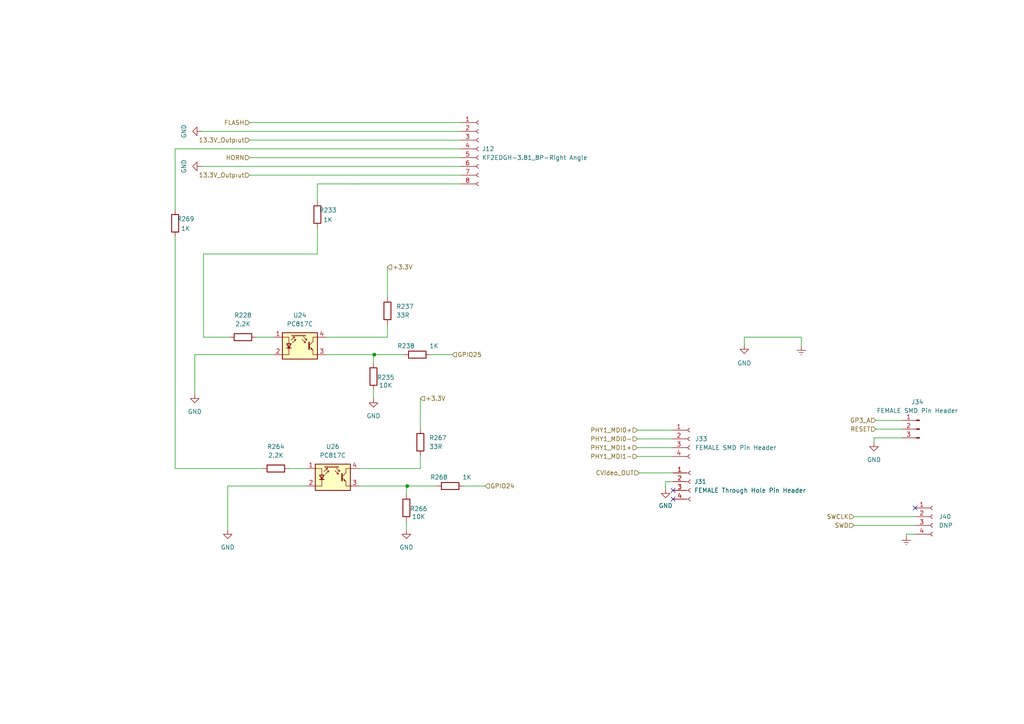
<source format=kicad_sch>
(kicad_sch (version 20231120) (generator "eeschema") (generator_version "8.0")
  (paper "A4")
  (lib_symbols
    (symbol "Connector:Conn_01x03_Pin" (pin_names (offset 1.016) hide)
      (property "Reference" "J" (at 0 5.08 0))
      (property "Value" "Conn_01x03_Pin" (at 0 -5.08 0))
      (symbol "Conn_01x03_Pin_1_1"
        (polyline (pts (xy 1.27 -2.54) (xy 0.8636 -2.54)) (stroke (width 0.1524)))
        (polyline (pts (xy 1.27 0) (xy 0.8636 0)) (stroke (width 0.1524)))
        (polyline (pts (xy 1.27 2.54) (xy 0.8636 2.54)) (stroke (width 0.1524)))
        (rectangle (start 0.8636 -2.413) (end 0 -2.667) (stroke (width 0.1524)) (fill (type outline)))
        (rectangle (start 0.8636 0.127) (end 0 -0.127) (stroke (width 0.1524)) (fill (type outline)))
        (rectangle (start 0.8636 2.667) (end 0 2.413) (stroke (width 0.1524)) (fill (type outline)))
        (pin passive line (at 5.08 2.54 180) (length 3.81) (name "Pin_1") (number "1"))
        (pin passive line (at 5.08 0 180) (length 3.81) (name "Pin_2") (number "2"))
        (pin passive line (at 5.08 -2.54 180) (length 3.81) (name "Pin_3") (number "3"))
      )
    )
    (symbol "Connector:Conn_01x04_Socket" (pin_names (offset 1.016) hide)
      (property "Reference" "J" (at 0 5.08 0))
      (property "Value" "Conn_01x04_Socket" (at 0 -7.62 0))
      (symbol "Conn_01x04_Socket_1_1"
        (arc (start 0 -4.572) (mid -0.5058 -5.08) (end 0 -5.588) (stroke (width 0.1524)))
        (arc (start 0 -2.032) (mid -0.5058 -2.54) (end 0 -3.048) (stroke (width 0.1524)))
        (polyline (pts (xy -1.27 -5.08) (xy -0.508 -5.08)) (stroke (width 0.1524)))
        (polyline (pts (xy -1.27 -2.54) (xy -0.508 -2.54)) (stroke (width 0.1524)))
        (polyline (pts (xy -1.27 0) (xy -0.508 0)) (stroke (width 0.1524)))
        (polyline (pts (xy -1.27 2.54) (xy -0.508 2.54)) (stroke (width 0.1524)))
        (arc (start 0 0.508) (mid -0.5058 0) (end 0 -0.508) (stroke (width 0.1524)))
        (arc (start 0 3.048) (mid -0.5058 2.54) (end 0 2.032) (stroke (width 0.1524)))
        (pin passive line (at -5.08 2.54 0) (length 3.81) (name "Pin_1") (number "1"))
        (pin passive line (at -5.08 0 0) (length 3.81) (name "Pin_2") (number "2"))
        (pin passive line (at -5.08 -2.54 0) (length 3.81) (name "Pin_3") (number "3"))
        (pin passive line (at -5.08 -5.08 0) (length 3.81) (name "Pin_4") (number "4"))
      )
    )
    (symbol "Connector:Conn_01x08_Socket" (pin_names (offset 1.016) hide)
      (property "Reference" "J" (at 0 10.16 0))
      (property "Value" "Conn_01x08_Socket" (at 0 -12.7 0))
      (symbol "Conn_01x08_Socket_1_1"
        (arc (start 0 -9.652) (mid -0.5058 -10.16) (end 0 -10.668) (stroke (width 0.1524)))
        (arc (start 0 -7.112) (mid -0.5058 -7.62) (end 0 -8.128) (stroke (width 0.1524)))
        (arc (start 0 -4.572) (mid -0.5058 -5.08) (end 0 -5.588) (stroke (width 0.1524)))
        (arc (start 0 -2.032) (mid -0.5058 -2.54) (end 0 -3.048) (stroke (width 0.1524)))
        (polyline (pts (xy -1.27 -10.16) (xy -0.508 -10.16)) (stroke (width 0.1524)))
        (polyline (pts (xy -1.27 -7.62) (xy -0.508 -7.62)) (stroke (width 0.1524)))
        (polyline (pts (xy -1.27 -5.08) (xy -0.508 -5.08)) (stroke (width 0.1524)))
        (polyline (pts (xy -1.27 -2.54) (xy -0.508 -2.54)) (stroke (width 0.1524)))
        (polyline (pts (xy -1.27 0) (xy -0.508 0)) (stroke (width 0.1524)))
        (polyline (pts (xy -1.27 2.54) (xy -0.508 2.54)) (stroke (width 0.1524)))
        (polyline (pts (xy -1.27 5.08) (xy -0.508 5.08)) (stroke (width 0.1524)))
        (polyline (pts (xy -1.27 7.62) (xy -0.508 7.62)) (stroke (width 0.1524)))
        (arc (start 0 0.508) (mid -0.5058 0) (end 0 -0.508) (stroke (width 0.1524)))
        (arc (start 0 3.048) (mid -0.5058 2.54) (end 0 2.032) (stroke (width 0.1524)))
        (arc (start 0 5.588) (mid -0.5058 5.08) (end 0 4.572) (stroke (width 0.1524)))
        (arc (start 0 8.128) (mid -0.5058 7.62) (end 0 7.112) (stroke (width 0.1524)))
        (pin passive line (at -5.08 7.62 0) (length 3.81) (name "Pin_1") (number "1"))
        (pin passive line (at -5.08 5.08 0) (length 3.81) (name "Pin_2") (number "2"))
        (pin passive line (at -5.08 2.54 0) (length 3.81) (name "Pin_3") (number "3"))
        (pin passive line (at -5.08 0 0) (length 3.81) (name "Pin_4") (number "4"))
        (pin passive line (at -5.08 -2.54 0) (length 3.81) (name "Pin_5") (number "5"))
        (pin passive line (at -5.08 -5.08 0) (length 3.81) (name "Pin_6") (number "6"))
        (pin passive line (at -5.08 -7.62 0) (length 3.81) (name "Pin_7") (number "7"))
        (pin passive line (at -5.08 -10.16 0) (length 3.81) (name "Pin_8") (number "8"))
      )
    )
    (symbol "Device:R" (pin_numbers hide) (pin_names (offset 0))
      (property "Reference" "R" (at 2.032 0 90))
      (property "Value" "R" (at 0 0 90))
      (symbol "R_0_1"
        (rectangle (start -1.016 -2.54) (end 1.016 2.54) (stroke (width 0.254)))
      )
      (symbol "R_1_1"
        (pin passive line (at 0 3.81 270) (length 1.27) (name "~") (number "1"))
        (pin passive line (at 0 -3.81 90) (length 1.27) (name "~") (number "2"))
      )
    )
    (symbol "Sensor_Proximity:SFH9201" (pin_names (offset 0.0254) hide)
      (property "Reference" "U?" (at 0 8.89 0))
      (property "Value" "SFH9201" (at 0 6.35 0))
      (symbol "SFH9201_0_1"
        (polyline (pts (xy -3.81 -0.635) (xy -2.54 -0.635)) (stroke (width 0.254)))
        (polyline (pts (xy -2.286 2.921) (xy -2.032 3.175)))
        (polyline (pts (xy -1.778 2.921) (xy -1.524 3.175)))
        (polyline (pts (xy -1.524 2.667) (xy -1.651 2.159)))
        (polyline (pts (xy -1.27 2.921) (xy -1.016 3.175)))
        (polyline (pts (xy -1.143 1.905) (xy -1.27 1.397)))
        (polyline (pts (xy -0.762 2.921) (xy -0.508 3.175)))
        (polyline (pts (xy -0.254 2.921) (xy 0 3.175)))
        (polyline (pts (xy 0.254 2.921) (xy 0.508 3.175)))
        (polyline (pts (xy 0.762 2.921) (xy 1.016 3.175)))
        (polyline (pts (xy 1.27 2.921) (xy 1.524 3.175)))
        (polyline (pts (xy 1.651 0.889) (xy 1.143 1.016)))
        (polyline (pts (xy 1.778 2.921) (xy -2.413 2.921)))
        (polyline (pts (xy 2.032 1.651) (xy 1.524 1.778)))
        (polyline (pts (xy 2.667 -0.127) (xy 3.81 -1.27)))
        (polyline (pts (xy 2.667 0.127) (xy 3.81 1.27)))
        (polyline (pts (xy -2.54 1.651) (xy -1.524 2.667) (xy -2.032 2.54)))
        (polyline (pts (xy -2.159 0.889) (xy -1.143 1.905) (xy -1.651 1.778)))
        (polyline (pts (xy 0.635 1.905) (xy 1.651 0.889) (xy 1.524 1.397)))
        (polyline (pts (xy 1.016 2.667) (xy 2.032 1.651) (xy 1.905 2.159)))
        (polyline (pts (xy 2.667 1.016) (xy 2.667 -1.016) (xy 2.667 -1.016)) (stroke (width 0.3556)))
        (polyline (pts (xy 3.81 -1.27) (xy 3.81 -2.54) (xy 5.08 -2.54)))
        (polyline (pts (xy 3.81 1.27) (xy 3.81 2.54) (xy 5.08 2.54)))
        (polyline (pts (xy -5.08 -2.54) (xy -3.175 -2.54) (xy -3.175 2.54) (xy -5.08 2.54)))
        (polyline (pts (xy -3.175 -0.635) (xy -3.81 0.635) (xy -2.54 0.635) (xy -3.175 -0.635)) (stroke (width 0.254)))
        (polyline (pts (xy 3.683 -1.143) (xy 3.429 -0.635) (xy 3.175 -0.889) (xy 3.683 -1.143)))
        (polyline (pts (xy -5.08 -3.81) (xy 5.08 -3.81) (xy 5.08 3.81) (xy -5.08 3.81) (xy -5.08 -3.81)) (stroke (width 0.254)) (fill (type background)))
      )
      (symbol "SFH9201_1_1"
        (pin passive line (at -7.62 2.54 0) (length 2.54) (name "A") (number "1"))
        (pin passive line (at -7.62 -2.54 0) (length 2.54) (name "K") (number "2"))
        (pin open_emitter line (at 7.62 -2.54 180) (length 2.54) (name "E") (number "3"))
        (pin open_collector line (at 7.62 2.54 180) (length 2.54) (name "C") (number "4"))
      )
    )
    (symbol "power:Earth" (power) (pin_names (offset 0))
      (symbol "Earth_0_1"
        (polyline (pts (xy -0.635 -1.905) (xy 0.635 -1.905)))
        (polyline (pts (xy -0.127 -2.54) (xy 0.127 -2.54)))
        (polyline (pts (xy 0 -1.27) (xy 0 0)))
        (polyline (pts (xy 1.27 -1.27) (xy -1.27 -1.27)))
      )
      (symbol "Earth_1_1"
        (pin power_in line (at 0 0 270) (length 0) hide (name "Earth") (number "1"))
      )
    )
    (symbol "power:GND" (power) (pin_names (offset 0))
      (property "Value" "GND" (at 0 -3.81 0))
      (symbol "GND_0_1"
        (polyline (pts (xy 0 0) (xy 0 -1.27) (xy 1.27 -1.27) (xy 0 -2.54) (xy -1.27 -1.27) (xy 0 -1.27)))
      )
      (symbol "GND_1_1"
        (pin power_in line (at 0 0 270) (length 0) hide (name "GND") (number "1"))
      )
    )
  )
  (junction (at 118.11 140.971))
  (junction (at 108.5627 102.87))
  (no_connect (at 265.43 147.32))
  (no_connect (at 195.2178 144.78))
  (no_connect (at 195.2178 142.24))
  (wire (pts (xy 74.2727 97.789) (xy 79.3527 97.789)))
  (wire (pts (xy 108.3183 102.87) (xy 108.5627 102.87)))
  (wire (pts (xy 72.39 40.64) (xy 133.7183 40.64)))
  (wire (pts (xy 83.82 135.89) (xy 88.9 135.89)))
  (wire (pts (xy 118.11 140.971) (xy 126.7556 140.971)))
  (wire (pts (xy 56.4927 102.869) (xy 79.3527 102.869)))
  (wire (pts (xy 193.04 139.7) (xy 193.04 141.2722)))
  (wire (pts (xy 66.04 140.97) (xy 88.9 140.97)))
  (wire (pts (xy 102.2127 53.339) (xy 102.2127 53.34)))
  (wire (pts (xy 184.8359 129.8422) (xy 194.9959 129.8422)))
  (wire (pts (xy 58.42 38.1) (xy 133.7183 38.1)))
  (wire (pts (xy 193.04 141.2722) (xy 193.0453 141.2722)))
  (wire (pts (xy 117.8656 140.971) (xy 117.8656 143.5026)))
  (wire (pts (xy 104.14 135.89) (xy 121.92 135.89)))
  (wire (pts (xy 72.39 45.72) (xy 133.7183 45.72)))
  (wire (pts (xy 232.41 97.79) (xy 232.41 100.33)))
  (wire (pts (xy 112.3727 93.979) (xy 112.3727 97.789)))
  (wire (pts (xy 184.8359 132.3822) (xy 194.9959 132.3822)))
  (wire (pts (xy 193.0453 141.2722) (xy 193.0453 141.8435)))
  (wire (pts (xy 50.8 43.18) (xy 133.7183 43.18)))
  (wire (pts (xy 50.8 135.89) (xy 76.2 135.89)))
  (wire (pts (xy 262.89 154.94) (xy 262.89 155.448)))
  (wire (pts (xy 72.39 35.56) (xy 133.7183 35.56)))
  (wire (pts (xy 104.14 140.97) (xy 118.11 140.97)))
  (wire (pts (xy 102.2127 53.34) (xy 133.7183 53.34)))
  (wire (pts (xy 66.04 140.97) (xy 66.04 153.67)))
  (wire (pts (xy 92.0527 66.039) (xy 92.0527 73.659)))
  (wire (pts (xy 253.492 127) (xy 253.492 128.27)))
  (wire (pts (xy 247.65 152.4) (xy 265.43 152.4)))
  (wire (pts (xy 121.92 115.57) (xy 121.92 124.46)))
  (wire (pts (xy 118.11 140.97) (xy 118.11 140.971)))
  (wire (pts (xy 134.3756 140.971) (xy 140.7256 140.971)))
  (wire (pts (xy 195.2178 139.7) (xy 193.04 139.7)))
  (wire (pts (xy 117.8656 151.1226) (xy 117.8656 153.671)))
  (wire (pts (xy 108.5627 102.87) (xy 117.2083 102.87)))
  (wire (pts (xy 92.0363 53.339) (xy 102.2127 53.339)))
  (wire (pts (xy 232.41 97.79) (xy 215.8794 97.79)))
  (wire (pts (xy 265.43 154.94) (xy 262.89 154.94)))
  (wire (pts (xy 108.5627 102.869) (xy 108.5627 102.87)))
  (wire (pts (xy 117.8656 140.971) (xy 118.11 140.971)))
  (wire (pts (xy 247.65 149.86) (xy 265.43 149.86)))
  (wire (pts (xy 254 121.92) (xy 261.62 121.92)))
  (wire (pts (xy 59.0327 73.659) (xy 59.0327 97.789)))
  (wire (pts (xy 59.0327 97.789) (xy 66.6527 97.789)))
  (wire (pts (xy 108.3183 102.87) (xy 108.3183 105.4016)))
  (wire (pts (xy 92.0527 73.659) (xy 59.0327 73.659)))
  (wire (pts (xy 58.42 48.26) (xy 133.7183 48.26)))
  (wire (pts (xy 94.5927 102.869) (xy 108.5627 102.869)))
  (wire (pts (xy 94.5927 97.789) (xy 112.3727 97.789)))
  (wire (pts (xy 215.8794 97.79) (xy 215.8794 100.0068)))
  (wire (pts (xy 50.8 43.18) (xy 50.8 60.96)))
  (wire (pts (xy 124.8283 102.87) (xy 131.1783 102.87)))
  (wire (pts (xy 184.8359 124.7622) (xy 194.9959 124.7622)))
  (wire (pts (xy 50.8 68.58) (xy 50.8 135.89)))
  (wire (pts (xy 72.39 50.8) (xy 133.7183 50.8)))
  (wire (pts (xy 261.62 127) (xy 253.492 127)))
  (wire (pts (xy 92.0363 58.419) (xy 92.0527 58.419)))
  (wire (pts (xy 254 124.46) (xy 261.62 124.46)))
  (wire (pts (xy 184.8359 127.3022) (xy 194.9959 127.3022)))
  (wire (pts (xy 121.92 132.08) (xy 121.92 135.89)))
  (wire (pts (xy 108.3183 113.0216) (xy 108.3183 115.57)))
  (wire (pts (xy 195.2178 137.16) (xy 185.3476 137.16)))
  (wire (pts (xy 92.0363 53.339) (xy 92.0363 58.419)))
  (wire (pts (xy 56.4927 102.869) (xy 56.4927 114.299)))
  (wire (pts (xy 112.3727 77.469) (xy 112.3727 86.359)))
  (hierarchical_label "GP3_A" (shape input) (at 254 121.92 180))
  (hierarchical_label "PHY1_MDI1+" (shape input) (at 184.8359 129.8422 180))
  (hierarchical_label "RESET" (shape input) (at 254 124.46 180))
  (hierarchical_label "GPIO25" (shape input) (at 131.1783 102.87 0))
  (hierarchical_label "PHY1_MDI1-" (shape input) (at 184.8359 132.3822 180))
  (hierarchical_label "PHY1_MDI0-" (shape input) (at 184.8359 127.3022 180))
  (hierarchical_label "PHY1_MDI0+" (shape input) (at 184.8359 124.7622 180))
  (hierarchical_label "SWCLK" (shape input) (at 247.65 149.86 180))
  (hierarchical_label "+3.3V" (shape input) (at 112.3727 77.469 0))
  (hierarchical_label "HORN" (shape input) (at 72.39 45.72 180))
  (hierarchical_label "+3.3V" (shape input) (at 121.92 115.57 0))
  (hierarchical_label "CVideo_OUT" (shape input) (at 185.3476 137.16 180))
  (hierarchical_label "SWD" (shape input) (at 247.65 152.4 180))
  (hierarchical_label "13.3V_Outpıut" (shape input) (at 72.39 50.8 180))
  (hierarchical_label "FLASH" (shape input) (at 72.39 35.56 180))
  (hierarchical_label "13.3V_Outpıut" (shape input) (at 72.39 40.64 180))
  (hierarchical_label "GPIO24" (shape input) (at 140.7256 140.971 0))
  (symbol (lib_id "Connector:Conn_01x04_Socket") (at 200.0759 127.3022 0) (unit 1)
    (property "Reference" "J33" (at 201.5999 127.3021 0) (effects (justify left)))
    (property "Value" "FEMALE SMD Pin Header" (at 201.5999 129.8421 0) (effects (justify left)))
    (property "Footprint" "Connector_PinSocket_2.54mm:PinSocket_2x02_P2.54mm_Vertical_SMD" (effects (hide yes)))
    (property "Description" "Generic connector, single row, 01x04, script generated" (effects (hide yes)))
    (property "MPN" "2.54 2*2p 贴片排母" (effects (hide yes)))
  )
  (symbol (lib_id "Device:R") (at 121.0183 102.87 90) (unit 1)
    (property "Reference" "R238" (at 117.7598 100.331 90))
    (property "Value" "1K" (at 125.8878 100.331 90))
    (property "Footprint" "Resistor_SMD:R_0603_1608Metric" (effects (hide yes)))
    (property "Description" "Resistor" (effects (hide yes)))
    (property "MPN" "0603WAF1001T5E" (effects (hide yes)))
    (instances (project "MXVR_3566" (path "" (reference "R238") (unit 1))) (project "LM1117" (path "" (reference "R?") (unit 1)) (path "" (reference "R?") (unit 1)) (path "" (reference "R?") (unit 1))) (project "IO_Board" (path "" (reference "R3") (unit 1))))
  )
  (symbol (lib_id "power:GND") (at 108.3183 115.57 0) (unit 1)
    (property "Reference" "#PWR045" (effects (hide yes)))
    (property "Value" "GND" (at 108.3183 120.65 0))
    (property "Description" "Power symbol creates a global label with name \"GND\" , ground" (effects (hide yes)))
    (instances (project "MXVR_3566" (path "" (reference "#PWR045") (unit 1))) (project "LM1117" (path "" (reference "#PWR05") (unit 1)) (path "" (reference "#PWR014") (unit 1)) (path "" (reference "#PWR019") (unit 1))) (project "IO_Board" (path "" (reference "#PWR020") (unit 1))))
  )
  (symbol (lib_id "Device:R") (at 117.8656 147.3126 180) (unit 1)
    (property "Reference" "R266" (at 121.4216 147.575 0))
    (property "Value" "10K" (at 121.4216 149.861 0))
    (property "Footprint" "Resistor_SMD:R_0603_1608Metric" (effects (hide yes)))
    (property "Description" "Resistor" (effects (hide yes)))
    (property "MPN" "0603WAF1002T5E" (effects (hide yes)))
  )
  (symbol (lib_id "Connector:Conn_01x04_Socket") (at 200.2978 139.7 0) (unit 1)
    (property "Reference" "J31" (at 201.3459 139.6999 0) (effects (justify left)))
    (property "Value" "FEMALE Through Hole Pin Header" (at 201.3459 142.2399 0) (effects (justify left)))
    (property "Footprint" "Connector_PinSocket_2.54mm:PinSocket_2x02_P2.54mm_Vertical" (effects (hide yes)))
    (property "Description" "Generic connector, single row, 01x04, script generated" (effects (hide yes)))
    (property "MPN" "2.54 2*2p 插件排母" (effects (hide yes)))
  )
  (symbol (lib_id "Device:R") (at 70.4627 97.789 90) (unit 1)
    (property "Reference" "R228" (at 70.4627 91.439 90))
    (property "Value" "2.2K" (at 70.4627 93.979 90))
    (property "Footprint" "Resistor_SMD:R_0603_1608Metric" (effects (hide yes)))
    (property "Description" "Resistor" (effects (hide yes)))
    (property "MPN" "0603WAF2201T5E" (effects (hide yes)))
    (instances (project "MXVR_3566" (path "" (reference "R228") (unit 1))) (project "LM1117" (path "" (reference "R?") (unit 1)) (path "" (reference "R?") (unit 1)) (path "" (reference "R?") (unit 1))) (project "IO_Board" (path "" (reference "R1") (unit 1))))
  )
  (symbol (lib_id "power:GND") (at 56.4927 114.299 0) (unit 1)
    (property "Reference" "#PWR043" (effects (hide yes)))
    (property "Value" "GND" (at 56.4927 119.379 0))
    (property "Description" "Power symbol creates a global label with name \"GND\" , ground" (effects (hide yes)))
    (instances (project "MXVR_3566" (path "" (reference "#PWR043") (unit 1))) (project "LM1117" (path "" (reference "#PWR05") (unit 1)) (path "" (reference "#PWR012") (unit 1)) (path "" (reference "#PWR017") (unit 1))) (project "IO_Board" (path "" (reference "#PWR017") (unit 1))))
  )
  (symbol (lib_id "Device:R") (at 50.8 64.77 0) (unit 1)
    (property "Reference" "R269" (at 53.848 63.5 0))
    (property "Value" "1K" (at 53.848 66.294 0))
    (property "Footprint" "Resistor_SMD:R_0603_1608Metric" (effects (hide yes)))
    (property "Description" "Resistor" (effects (hide yes)))
    (property "MPN" "0603WAF1001T5E" (effects (hide yes)))
  )
  (symbol (lib_id "power:GND") (at 215.8794 100.0068 0) (mirror y) (unit 1)
    (property "Reference" "#PWR0146" (effects (hide yes)))
    (property "Value" "GND" (at 215.8794 105.3408 0))
    (property "Description" "Power symbol creates a global label with name \"GND\" , ground" (effects (hide yes)))
  )
  (symbol (lib_id "power:GND") (at 58.42 38.1 270) (unit 1)
    (property "Reference" "#PWR044" (effects (hide yes)))
    (property "Value" "GND" (at 53.34 38.1 0))
    (property "Description" "Power symbol creates a global label with name \"GND\" , ground" (effects (hide yes)))
  )
  (symbol (lib_id "Connector:Conn_01x08_Socket") (at 138.7983 43.18 0) (unit 1)
    (property "Reference" "J12" (at 139.767 43.1799 0) (effects (justify left)))
    (property "Value" "KF2EDGH-3.81_8P-Right Angle" (at 139.767 45.7199 0) (effects (justify left)))
    (property "Footprint" "KF2EDGH:KF2EDGH-3.81_8P" (effects (hide yes)))
    (property "Description" "Generic connector, single row, 01x08, script generated" (effects (hide yes)))
    (property "MPN" "15EDGK-3.81 双层 2*4p" (effects (hide yes)))
  )
  (symbol (lib_id "power:GND") (at 193.0453 141.8435 0) (unit 1)
    (property "Reference" "#PWR0228" (effects (hide yes)))
    (property "Value" "GND" (at 193.0453 146.6709 0))
    (property "Description" "Power symbol creates a global label with name \"GND\" , ground" (effects (hide yes)))
  )
  (symbol (lib_id "Device:R") (at 92.0527 62.229 0) (unit 1)
    (property "Reference" "R233" (at 95.1007 60.959 0))
    (property "Value" "1K" (at 95.1007 63.753 0))
    (property "Footprint" "Resistor_SMD:R_0603_1608Metric" (effects (hide yes)))
    (property "Description" "Resistor" (effects (hide yes)))
    (property "MPN" "0603WAF1001T5E" (effects (hide yes)))
    (instances (project "MXVR_3566" (path "" (reference "R233") (unit 1))) (project "LM1117" (path "" (reference "R1") (unit 1)) (path "" (reference "R?") (unit 1))) (project "IO_Board" (path "" (reference "R11") (unit 1))))
  )
  (symbol (lib_id "power:GND") (at 58.42 48.26 270) (unit 1)
    (property "Reference" "#PWR0277" (effects (hide yes)))
    (property "Value" "GND" (at 53.34 48.26 0))
    (property "Description" "Power symbol creates a global label with name \"GND\" , ground" (effects (hide yes)))
  )
  (symbol (lib_id "power:GND") (at 253.492 128.27 0) (unit 1)
    (property "Reference" "#PWR0226" (effects (hide yes)))
    (property "Value" "GND" (at 253.492 133.35 0))
    (property "Description" "Power symbol creates a global label with name \"GND\" , ground" (effects (hide yes)))
  )
  (symbol (lib_id "power:GND") (at 117.8656 153.671 0) (unit 1)
    (property "Reference" "#PWR0231" (effects (hide yes)))
    (property "Value" "GND" (at 117.8656 158.751 0))
    (property "Description" "Power symbol creates a global label with name \"GND\" , ground" (effects (hide yes)))
  )
  (symbol (lib_id "power:GND") (at 66.04 153.67 0) (unit 1)
    (property "Reference" "#PWR0232" (effects (hide yes)))
    (property "Value" "GND" (at 66.04 158.75 0))
    (property "Description" "Power symbol creates a global label with name \"GND\" , ground" (effects (hide yes)))
  )
  (symbol (lib_id "Sensor_Proximity:SFH9201") (at 96.52 138.43 0) (unit 1)
    (property "Reference" "U26" (at 96.52 129.54 0))
    (property "Value" "PC817C" (at 96.52 132.08 0))
    (property "Footprint" "HDMI 2.0 TX:PC817" (effects (hide yes)))
    (property "MPN" "PC817C_4PIN_SMD" (effects (hide yes)))
  )
  (symbol (lib_id "Device:R") (at 80.01 135.89 90) (unit 1)
    (property "Reference" "R264" (at 80.01 129.54 90))
    (property "Value" "2.2K" (at 80.01 132.08 90))
    (property "Footprint" "Resistor_SMD:R_0603_1608Metric" (effects (hide yes)))
    (property "Description" "Resistor" (effects (hide yes)))
    (property "MPN" "0603WAF2201T5E" (effects (hide yes)))
  )
  (symbol (lib_id "Connector:Conn_01x03_Pin") (at 266.7 124.46 0) (mirror y) (unit 1)
    (property "Reference" "J34" (at 266.065 116.586 0))
    (property "Value" "FEMALE SMD Pin Header" (at 266.065 119.126 0))
    (property "Footprint" "Connector_PinSocket_2.54mm:PinSocket_1x03_P2.54mm_Vertical_SMD_Pin1Left" (effects (hide yes)))
    (property "Description" "Generic connector, single row, 01x03, script generated" (effects (hide yes)))
    (property "MPN" "1*3p 2.54 贴片排母  " (effects (hide yes)))
  )
  (symbol (lib_id "power:Earth") (at 232.41 100.33 0) (unit 1)
    (property "Reference" "#PWR0162" (effects (hide yes)))
    (property "Value" "Earth" (effects (hide yes)))
    (property "Description" "Power symbol creates a global label with name \"Earth\"" (effects (hide yes)))
  )
  (symbol (lib_id "Sensor_Proximity:SFH9201") (at 86.9727 100.329 0) (unit 1)
    (property "Reference" "U24" (at 86.9727 91.439 0))
    (property "Value" "PC817C" (at 86.9727 93.979 0))
    (property "Footprint" "HDMI 2.0 TX:PC817" (effects (hide yes)))
    (property "MPN" "PC817C_4PIN_SMD" (effects (hide yes)))
    (instances (project "MXVR_3566" (path "" (reference "U24") (unit 1))) (project "LM1117" (path "" (reference "U?") (unit 1)) (path "" (reference "U?") (unit 1))) (project "IO_Board" (path "" (reference "U1") (unit 1))))
  )
  (symbol (lib_id "Device:R") (at 112.3727 90.169 0) (unit 1)
    (property "Reference" "R237" (at 114.9127 88.8989 0) (effects (justify left)))
    (property "Value" "33R" (at 114.9127 91.4389 0) (effects (justify left)))
    (property "Footprint" "Resistor_SMD:R_0603_1608Metric" (effects (hide yes)))
    (property "Description" "Resistor" (effects (hide yes)))
    (property "MPN" "0603WAF330JT5E" (effects (hide yes)))
    (instances (project "MXVR_3566" (path "" (reference "R237") (unit 1))) (project "LM1117" (path "" (reference "R?") (unit 1)) (path "" (reference "R?") (unit 1)) (path "" (reference "R?") (unit 1))) (project "IO_Board" (path "" (reference "R3") (unit 1))))
  )
  (symbol (lib_id "Connector:Conn_01x04_Socket") (at 270.51 149.86 0) (unit 1)
    (property "Reference" "J40" (at 272.288 149.8599 0) (effects (justify left)))
    (property "Value" "DNP" (at 272.288 152.3999 0) (effects (justify left)))
    (property "Footprint" "Connector_PinSocket_2.00mm:PinSocket_1x04_P2.00mm_Vertical" (effects (hide yes)))
    (property "Description" "Generic connector, single row, 01x04, script generated" (effects (hide yes)))
  )
  (symbol (lib_id "Device:R") (at 130.5656 140.971 90) (unit 1)
    (property "Reference" "R268" (at 127.3071 138.432 90))
    (property "Value" "1K" (at 135.4351 138.432 90))
    (property "Footprint" "Resistor_SMD:R_0603_1608Metric" (effects (hide yes)))
    (property "Description" "Resistor" (effects (hide yes)))
    (property "MPN" "0603WAF1001T5E" (effects (hide yes)))
  )
  (symbol (lib_id "Device:R") (at 121.92 128.27 0) (unit 1)
    (property "Reference" "R267" (at 124.46 126.9999 0) (effects (justify left)))
    (property "Value" "33R" (at 124.46 129.5399 0) (effects (justify left)))
    (property "Footprint" "Resistor_SMD:R_0603_1608Metric" (effects (hide yes)))
    (property "Description" "Resistor" (effects (hide yes)))
    (property "MPN" "0603WAF330JT5E" (effects (hide yes)))
  )
  (symbol (lib_id "Device:R") (at 108.3183 109.2116 180) (unit 1)
    (property "Reference" "R235" (at 111.8743 109.474 0))
    (property "Value" "10K" (at 111.8743 111.76 0))
    (property "Footprint" "Resistor_SMD:R_0603_1608Metric" (effects (hide yes)))
    (property "Description" "Resistor" (effects (hide yes)))
    (property "MPN" "0603WAF1002T5E" (effects (hide yes)))
    (instances (project "MXVR_3566" (path "" (reference "R235") (unit 1))) (project "LM1117" (path "" (reference "R?") (unit 1)) (path "" (reference "R?") (unit 1)) (path "" (reference "R?") (unit 1))) (project "IO_Board" (path "" (reference "R3") (unit 1))))
  )
  (symbol (lib_id "power:Earth") (at 262.89 155.448 0) (unit 1)
    (property "Reference" "#PWR0234" (effects (hide yes)))
    (property "Value" "Earth" (effects (hide yes)))
    (property "Description" "Power symbol creates a global label with name \"Earth\"" (effects (hide yes)))
  )
)
</source>
